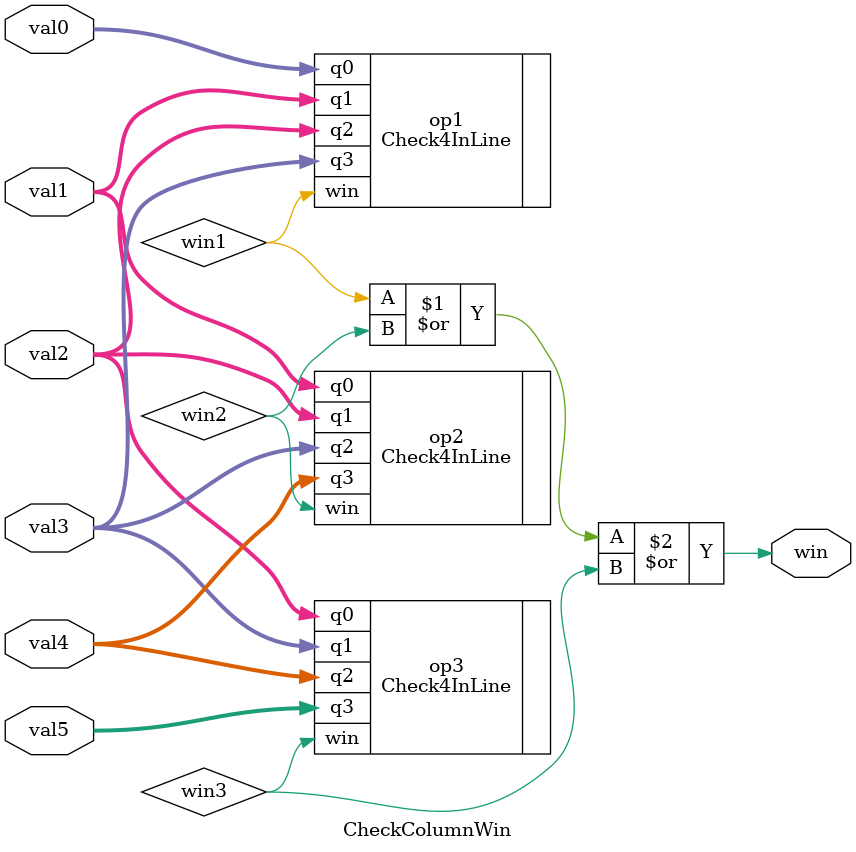
<source format=sv>
module CheckColumnWin (
	input logic [1:0] val0,
	input logic [1:0] val1,
	input logic [1:0] val2,
	input logic [1:0] val3,
	input logic [1:0] val4,
	input logic [1:0] val5,
	output logic win
);
	
	logic win1, win2, win3;
	
	Check4InLine op1 (
		.q0(val0),
		.q1(val1),
		.q2(val2),
		.q3(val3),
		.win(win1)
	);
	
	Check4InLine op2 (
		.q0(val1),
		.q1(val2),
		.q2(val3),
		.q3(val4),
		.win(win2)
	);
	
	Check4InLine op3 (
		.q0(val2),
		.q1(val3),
		.q2(val4),
		.q3(val5),
		.win(win3)
	);
	
	assign win = win1 | win2 | win3;
	
endmodule

</source>
